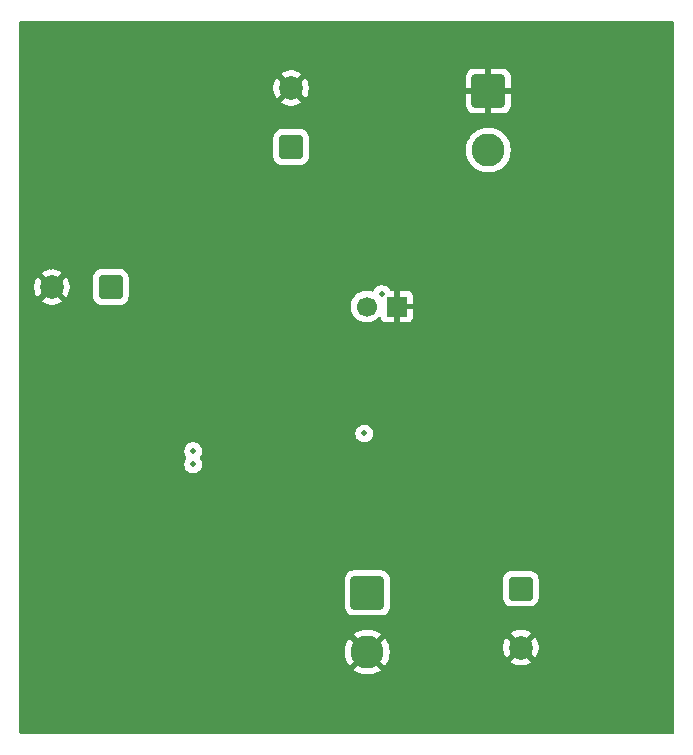
<source format=gbr>
%TF.GenerationSoftware,KiCad,Pcbnew,9.0.6*%
%TF.CreationDate,2026-01-24T10:26:07+01:00*%
%TF.ProjectId,Protection,50726f74-6563-4746-996f-6e2e6b696361,rev?*%
%TF.SameCoordinates,Original*%
%TF.FileFunction,Copper,L3,Inr*%
%TF.FilePolarity,Positive*%
%FSLAX46Y46*%
G04 Gerber Fmt 4.6, Leading zero omitted, Abs format (unit mm)*
G04 Created by KiCad (PCBNEW 9.0.6) date 2026-01-24 10:26:07*
%MOMM*%
%LPD*%
G01*
G04 APERTURE LIST*
G04 Aperture macros list*
%AMRoundRect*
0 Rectangle with rounded corners*
0 $1 Rounding radius*
0 $2 $3 $4 $5 $6 $7 $8 $9 X,Y pos of 4 corners*
0 Add a 4 corners polygon primitive as box body*
4,1,4,$2,$3,$4,$5,$6,$7,$8,$9,$2,$3,0*
0 Add four circle primitives for the rounded corners*
1,1,$1+$1,$2,$3*
1,1,$1+$1,$4,$5*
1,1,$1+$1,$6,$7*
1,1,$1+$1,$8,$9*
0 Add four rect primitives between the rounded corners*
20,1,$1+$1,$2,$3,$4,$5,0*
20,1,$1+$1,$4,$5,$6,$7,0*
20,1,$1+$1,$6,$7,$8,$9,0*
20,1,$1+$1,$8,$9,$2,$3,0*%
G04 Aperture macros list end*
%TA.AperFunction,ComponentPad*%
%ADD10RoundRect,0.250000X-0.750000X0.750000X-0.750000X-0.750000X0.750000X-0.750000X0.750000X0.750000X0*%
%TD*%
%TA.AperFunction,ComponentPad*%
%ADD11C,2.000000*%
%TD*%
%TA.AperFunction,ComponentPad*%
%ADD12RoundRect,0.250000X0.750000X0.750000X-0.750000X0.750000X-0.750000X-0.750000X0.750000X-0.750000X0*%
%TD*%
%TA.AperFunction,ComponentPad*%
%ADD13RoundRect,0.250001X-1.149999X1.149999X-1.149999X-1.149999X1.149999X-1.149999X1.149999X1.149999X0*%
%TD*%
%TA.AperFunction,ComponentPad*%
%ADD14C,2.800000*%
%TD*%
%TA.AperFunction,ComponentPad*%
%ADD15RoundRect,0.250000X0.750000X-0.750000X0.750000X0.750000X-0.750000X0.750000X-0.750000X-0.750000X0*%
%TD*%
%TA.AperFunction,ComponentPad*%
%ADD16R,1.700000X1.700000*%
%TD*%
%TA.AperFunction,ComponentPad*%
%ADD17C,1.700000*%
%TD*%
%TA.AperFunction,ViaPad*%
%ADD18C,0.800000*%
%TD*%
%TA.AperFunction,ViaPad*%
%ADD19C,0.500000*%
%TD*%
G04 APERTURE END LIST*
D10*
%TO.N,/OUT*%
%TO.C,C7*%
X121750000Y-101382323D03*
D11*
%TO.N,GND*%
X121750000Y-106382323D03*
%TD*%
D12*
%TO.N,/VIN*%
%TO.C,C4*%
X87040000Y-75850000D03*
D11*
%TO.N,GND*%
X82040000Y-75850000D03*
%TD*%
D13*
%TO.N,GND*%
%TO.C,J1*%
X119000000Y-59250000D03*
D14*
%TO.N,/VIN_74700*%
X119000000Y-64250000D03*
%TD*%
D15*
%TO.N,/VIN_74700*%
%TO.C,C1*%
X102300000Y-64000000D03*
D11*
%TO.N,GND*%
X102300000Y-59000000D03*
%TD*%
D13*
%TO.N,/OUT*%
%TO.C,J3*%
X108750000Y-101750000D03*
D14*
%TO.N,GND*%
X108750000Y-106750000D03*
%TD*%
D16*
%TO.N,GND*%
%TO.C,J2*%
X111240000Y-77500000D03*
D17*
%TO.N,Net-(J2-Pin_2)*%
X108700000Y-77500000D03*
%TD*%
D18*
%TO.N,GND*%
X82000000Y-74000000D03*
X87000000Y-59000000D03*
X113500000Y-77750000D03*
X126000000Y-74000000D03*
X124000000Y-60000000D03*
X130000000Y-68000000D03*
X83000000Y-98000000D03*
X122000000Y-78000000D03*
X85000000Y-59000000D03*
X81000000Y-55000000D03*
X130000000Y-62000000D03*
X83000000Y-100000000D03*
X134000000Y-64000000D03*
X95000000Y-106000000D03*
X126000000Y-62000000D03*
X101000000Y-96000000D03*
X91000000Y-102000000D03*
X128000000Y-72000000D03*
X93000000Y-106000000D03*
X83000000Y-96000000D03*
X89000000Y-57000000D03*
X81000000Y-61000000D03*
X120000000Y-72000000D03*
X103000000Y-110000000D03*
X83000000Y-94000000D03*
X83000000Y-59000000D03*
X121317500Y-59440000D03*
X126000000Y-56000000D03*
X113500000Y-78750000D03*
X114000000Y-74000000D03*
X83000000Y-63000000D03*
X126000000Y-76000000D03*
D19*
X101700000Y-90100000D03*
D18*
X102250000Y-56250000D03*
X101000000Y-108000000D03*
X87000000Y-102000000D03*
X83000000Y-57000000D03*
X124000000Y-78000000D03*
X132000000Y-68000000D03*
X108000000Y-72000000D03*
X97000000Y-112000000D03*
X114000000Y-70000000D03*
X120750000Y-108250000D03*
X110000000Y-72000000D03*
X85000000Y-102000000D03*
X118000000Y-74000000D03*
X126000000Y-64000000D03*
X97000000Y-102000000D03*
X128000000Y-70000000D03*
X116000000Y-70000000D03*
X93000000Y-104000000D03*
X124000000Y-64000000D03*
X134000000Y-62000000D03*
X97000000Y-104000000D03*
X83000000Y-92000000D03*
X87000000Y-98000000D03*
X81000000Y-59000000D03*
X95000000Y-102000000D03*
X89000000Y-59000000D03*
D19*
X101700000Y-89100000D03*
D18*
X99000000Y-102000000D03*
X132000000Y-110000000D03*
X130000000Y-70000000D03*
X91000000Y-98000000D03*
X126000000Y-72000000D03*
D19*
X88500000Y-93500000D03*
D18*
X81250000Y-86500000D03*
X121317500Y-60440000D03*
X122000000Y-70000000D03*
X93000000Y-102000000D03*
X81250000Y-84500000D03*
X128000000Y-66000000D03*
X93000000Y-96000000D03*
X128000000Y-76000000D03*
X110500000Y-57750000D03*
X101000000Y-110000000D03*
X122000000Y-72000000D03*
X99000000Y-110000000D03*
X131000000Y-110000000D03*
X134000000Y-58000000D03*
X85000000Y-94000000D03*
X120000000Y-76000000D03*
X111500000Y-57750000D03*
X97000000Y-96000000D03*
X126000000Y-66000000D03*
D19*
X105000000Y-94500000D03*
D18*
X126000000Y-70000000D03*
X85000000Y-100000000D03*
X128000000Y-68000000D03*
X103000000Y-100000000D03*
X95000000Y-100000000D03*
X89000000Y-98000000D03*
D19*
X92300000Y-62900000D03*
D18*
X85000000Y-61000000D03*
X97000000Y-110000000D03*
D19*
X108250000Y-84250000D03*
D18*
X81000000Y-98000000D03*
X124000000Y-74000000D03*
X103000000Y-108000000D03*
X112000000Y-70000000D03*
X134000000Y-76000000D03*
X128000000Y-64000000D03*
X122000000Y-74000000D03*
X97000000Y-106000000D03*
X128000000Y-60000000D03*
D19*
X83460000Y-82150000D03*
D18*
X110000000Y-74000000D03*
X126000000Y-60000000D03*
X112000000Y-74000000D03*
X85000000Y-96000000D03*
X83000000Y-74000000D03*
X132000000Y-76000000D03*
X116000000Y-78000000D03*
X89000000Y-63000000D03*
X134000000Y-70000000D03*
X130000000Y-72000000D03*
X85000000Y-92000000D03*
X83000000Y-61000000D03*
X116000000Y-72000000D03*
X103000000Y-106000000D03*
X93000000Y-108000000D03*
X130000000Y-64000000D03*
X83000000Y-90000000D03*
X99000000Y-100000000D03*
X101000000Y-104000000D03*
X97000000Y-100000000D03*
D19*
X91750000Y-57250000D03*
D18*
X87000000Y-100000000D03*
X87000000Y-57000000D03*
D19*
X101700000Y-91000000D03*
D18*
X120000000Y-70000000D03*
X124000000Y-76000000D03*
X134000000Y-56000000D03*
D19*
X93000000Y-62900000D03*
D18*
X83000000Y-102000000D03*
X81000000Y-96000000D03*
X122750000Y-108250000D03*
X112000000Y-72000000D03*
X120000000Y-78000000D03*
X101250000Y-56250000D03*
X132000000Y-74000000D03*
X81000000Y-100000000D03*
X101000000Y-98000000D03*
X99000000Y-98000000D03*
X118000000Y-72000000D03*
X118000000Y-78000000D03*
X132000000Y-78000000D03*
X95000000Y-96000000D03*
X85000000Y-57000000D03*
X124000000Y-68000000D03*
X111250000Y-106750000D03*
D19*
X99250000Y-91500000D03*
D18*
X97000000Y-98000000D03*
X87000000Y-92000000D03*
X114000000Y-72000000D03*
X126000000Y-58000000D03*
X130000000Y-66000000D03*
X93000000Y-100000000D03*
X132000000Y-60000000D03*
X132000000Y-64000000D03*
X108000000Y-74000000D03*
X113500000Y-76750000D03*
X116000000Y-74000000D03*
X132000000Y-66000000D03*
X85000000Y-98000000D03*
X116000000Y-76000000D03*
X95000000Y-112000000D03*
X87000000Y-94000000D03*
X124000000Y-62000000D03*
X83000000Y-55000000D03*
X89000000Y-100000000D03*
X95000000Y-110000000D03*
X132000000Y-56000000D03*
X130000000Y-78000000D03*
X81000000Y-102000000D03*
X87000000Y-96000000D03*
D19*
X93500000Y-60500000D03*
D18*
X101000000Y-102000000D03*
X118000000Y-76000000D03*
X99000000Y-112000000D03*
X110000000Y-70000000D03*
X87000000Y-63000000D03*
D19*
X100700000Y-89100000D03*
D18*
X134000000Y-72000000D03*
X111250000Y-107750000D03*
X121317500Y-58440000D03*
X124000000Y-56000000D03*
X87000000Y-55000000D03*
X108000000Y-70000000D03*
X89000000Y-96000000D03*
X128000000Y-56000000D03*
X128000000Y-62000000D03*
D19*
X97250000Y-94500000D03*
D18*
X126000000Y-78000000D03*
X103000000Y-112000000D03*
X93000000Y-98000000D03*
X93000000Y-112000000D03*
D19*
X115000000Y-105500000D03*
D18*
X134000000Y-78000000D03*
X99000000Y-108000000D03*
X85000000Y-90000000D03*
D19*
X105000000Y-82250000D03*
D18*
X132000000Y-62000000D03*
X124000000Y-58000000D03*
X130000000Y-56000000D03*
X89000000Y-102000000D03*
D19*
X107000000Y-92000000D03*
D18*
X134000000Y-60000000D03*
X89000000Y-61000000D03*
X134000000Y-66000000D03*
X91000000Y-100000000D03*
X111250000Y-105750000D03*
X99000000Y-106000000D03*
X130000000Y-110000000D03*
X130000000Y-60000000D03*
X103250000Y-56250000D03*
X124000000Y-66000000D03*
X103000000Y-98000000D03*
X130000000Y-58000000D03*
X95000000Y-104000000D03*
X128000000Y-74000000D03*
X85000000Y-63000000D03*
X126000000Y-68000000D03*
X132000000Y-72000000D03*
X118000000Y-70000000D03*
X103000000Y-104000000D03*
X91000000Y-96000000D03*
X132000000Y-70000000D03*
X101000000Y-112000000D03*
X87000000Y-90000000D03*
X81000000Y-63000000D03*
X93000000Y-110000000D03*
X95000000Y-98000000D03*
X130000000Y-74000000D03*
X124000000Y-72000000D03*
X112500000Y-57750000D03*
D19*
X101750000Y-81500000D03*
D18*
X99000000Y-96000000D03*
X81000000Y-74000000D03*
X85000000Y-55000000D03*
X81000000Y-92000000D03*
X101000000Y-106000000D03*
X89000000Y-55000000D03*
X122000000Y-76000000D03*
X120000000Y-74000000D03*
X124000000Y-70000000D03*
X81000000Y-57000000D03*
X95000000Y-108000000D03*
X132000000Y-58000000D03*
X128000000Y-78000000D03*
D19*
X100700000Y-90100000D03*
D18*
X121750000Y-108250000D03*
X101000000Y-100000000D03*
X128000000Y-58000000D03*
X81250000Y-85500000D03*
X134000000Y-68000000D03*
X99000000Y-104000000D03*
X103000000Y-102000000D03*
X87000000Y-61000000D03*
X81000000Y-94000000D03*
D19*
X100700000Y-91000000D03*
D18*
X81000000Y-90000000D03*
X97000000Y-108000000D03*
X134000000Y-74000000D03*
X130000000Y-76000000D03*
D19*
%TO.N,Net-(J2-Pin_2)*%
X109987239Y-76449288D03*
X108500000Y-88250000D03*
%TO.N,Net-(R5-Pad2)*%
X94000000Y-90876000D03*
X94000000Y-89750000D03*
%TD*%
%TA.AperFunction,Conductor*%
%TO.N,GND*%
G36*
X134642539Y-53320185D02*
G01*
X134688294Y-53372989D01*
X134699500Y-53424500D01*
X134699500Y-113575500D01*
X134679815Y-113642539D01*
X134627011Y-113688294D01*
X134575500Y-113699500D01*
X79424500Y-113699500D01*
X79357461Y-113679815D01*
X79311706Y-113627011D01*
X79300500Y-113575500D01*
X79300500Y-106625466D01*
X106850000Y-106625466D01*
X106850000Y-106874533D01*
X106882508Y-107121463D01*
X106946973Y-107362049D01*
X107042283Y-107592148D01*
X107042288Y-107592159D01*
X107166813Y-107807841D01*
X107166819Y-107807849D01*
X107241400Y-107905045D01*
X108148958Y-106997487D01*
X108173978Y-107057890D01*
X108245112Y-107164351D01*
X108335649Y-107254888D01*
X108442110Y-107326022D01*
X108502511Y-107351041D01*
X107594953Y-108258598D01*
X107692150Y-108333180D01*
X107692158Y-108333186D01*
X107907840Y-108457711D01*
X107907851Y-108457716D01*
X108137950Y-108553026D01*
X108378536Y-108617491D01*
X108625466Y-108650000D01*
X108874534Y-108650000D01*
X109121463Y-108617491D01*
X109362049Y-108553026D01*
X109592148Y-108457716D01*
X109592159Y-108457711D01*
X109807855Y-108333178D01*
X109905045Y-108258600D01*
X109905045Y-108258597D01*
X108997488Y-107351041D01*
X109057890Y-107326022D01*
X109164351Y-107254888D01*
X109254888Y-107164351D01*
X109326022Y-107057890D01*
X109351041Y-106997489D01*
X110258597Y-107905045D01*
X110258600Y-107905045D01*
X110333178Y-107807855D01*
X110457711Y-107592159D01*
X110457719Y-107592143D01*
X110491632Y-107510270D01*
X110491632Y-107510269D01*
X110553026Y-107362049D01*
X110617491Y-107121463D01*
X110650000Y-106874533D01*
X110650000Y-106625466D01*
X110617491Y-106378534D01*
X110594168Y-106291491D01*
X110586874Y-106264270D01*
X120250000Y-106264270D01*
X120250000Y-106500375D01*
X120286934Y-106733570D01*
X120359897Y-106958125D01*
X120467087Y-107168497D01*
X120527338Y-107251427D01*
X120527340Y-107251428D01*
X121267037Y-106511731D01*
X121284075Y-106575316D01*
X121349901Y-106689330D01*
X121442993Y-106782422D01*
X121557007Y-106848248D01*
X121620590Y-106865285D01*
X120880893Y-107604981D01*
X120963828Y-107665237D01*
X121174197Y-107772425D01*
X121398752Y-107845388D01*
X121398751Y-107845388D01*
X121631948Y-107882323D01*
X121868052Y-107882323D01*
X122101247Y-107845388D01*
X122325802Y-107772425D01*
X122536163Y-107665241D01*
X122536169Y-107665237D01*
X122619104Y-107604981D01*
X122619105Y-107604981D01*
X121879408Y-106865285D01*
X121942993Y-106848248D01*
X122057007Y-106782422D01*
X122150099Y-106689330D01*
X122215925Y-106575316D01*
X122232962Y-106511731D01*
X122972658Y-107251428D01*
X122972658Y-107251427D01*
X123032914Y-107168492D01*
X123032918Y-107168486D01*
X123140102Y-106958125D01*
X123213065Y-106733570D01*
X123250000Y-106500375D01*
X123250000Y-106264270D01*
X123213065Y-106031075D01*
X123140102Y-105806520D01*
X123032914Y-105596151D01*
X122972658Y-105513217D01*
X122972658Y-105513216D01*
X122232962Y-106252913D01*
X122215925Y-106189330D01*
X122150099Y-106075316D01*
X122057007Y-105982224D01*
X121942993Y-105916398D01*
X121879409Y-105899360D01*
X122619105Y-105159663D01*
X122619104Y-105159661D01*
X122536174Y-105099410D01*
X122325802Y-104992220D01*
X122101247Y-104919257D01*
X122101248Y-104919257D01*
X121868052Y-104882323D01*
X121631948Y-104882323D01*
X121398752Y-104919257D01*
X121174197Y-104992220D01*
X120963830Y-105099407D01*
X120880894Y-105159663D01*
X121620591Y-105899360D01*
X121557007Y-105916398D01*
X121442993Y-105982224D01*
X121349901Y-106075316D01*
X121284075Y-106189330D01*
X121267037Y-106252914D01*
X120527340Y-105513217D01*
X120467084Y-105596153D01*
X120359897Y-105806520D01*
X120286934Y-106031075D01*
X120250000Y-106264270D01*
X110586874Y-106264270D01*
X110553026Y-106137950D01*
X110457716Y-105907851D01*
X110457711Y-105907840D01*
X110333186Y-105692158D01*
X110333180Y-105692150D01*
X110258598Y-105594953D01*
X109351041Y-106502510D01*
X109326022Y-106442110D01*
X109254888Y-106335649D01*
X109164351Y-106245112D01*
X109057890Y-106173978D01*
X108997487Y-106148957D01*
X109905045Y-105241400D01*
X109807849Y-105166819D01*
X109807841Y-105166813D01*
X109592159Y-105042288D01*
X109592148Y-105042283D01*
X109362049Y-104946973D01*
X109121463Y-104882508D01*
X108874534Y-104850000D01*
X108625466Y-104850000D01*
X108378536Y-104882508D01*
X108137950Y-104946973D01*
X107907851Y-105042283D01*
X107907847Y-105042285D01*
X107692143Y-105166823D01*
X107594953Y-105241399D01*
X107594953Y-105241400D01*
X108502511Y-106148958D01*
X108442110Y-106173978D01*
X108335649Y-106245112D01*
X108245112Y-106335649D01*
X108173978Y-106442110D01*
X108148958Y-106502511D01*
X107241400Y-105594953D01*
X107241399Y-105594953D01*
X107166823Y-105692143D01*
X107042285Y-105907847D01*
X107042283Y-105907851D01*
X106946973Y-106137950D01*
X106882508Y-106378536D01*
X106850000Y-106625466D01*
X79300500Y-106625466D01*
X79300500Y-100549984D01*
X106849500Y-100549984D01*
X106849500Y-102950015D01*
X106860000Y-103052795D01*
X106860001Y-103052796D01*
X106915186Y-103219335D01*
X106915187Y-103219337D01*
X107007286Y-103368651D01*
X107007289Y-103368655D01*
X107131344Y-103492710D01*
X107131348Y-103492713D01*
X107280662Y-103584812D01*
X107280664Y-103584813D01*
X107280666Y-103584814D01*
X107447203Y-103639999D01*
X107549992Y-103650500D01*
X107549997Y-103650500D01*
X109950003Y-103650500D01*
X109950008Y-103650500D01*
X110052797Y-103639999D01*
X110219334Y-103584814D01*
X110368655Y-103492711D01*
X110492711Y-103368655D01*
X110584814Y-103219334D01*
X110639999Y-103052797D01*
X110650500Y-102950008D01*
X110650500Y-100582306D01*
X120249500Y-100582306D01*
X120249500Y-102182324D01*
X120249501Y-102182341D01*
X120260000Y-102285119D01*
X120260001Y-102285122D01*
X120315185Y-102451654D01*
X120315186Y-102451657D01*
X120407288Y-102600979D01*
X120531344Y-102725035D01*
X120680666Y-102817137D01*
X120847203Y-102872322D01*
X120949991Y-102882823D01*
X122550008Y-102882822D01*
X122652797Y-102872322D01*
X122819334Y-102817137D01*
X122968656Y-102725035D01*
X123092712Y-102600979D01*
X123184814Y-102451657D01*
X123239999Y-102285120D01*
X123250500Y-102182332D01*
X123250499Y-100582315D01*
X123239999Y-100479526D01*
X123184814Y-100312989D01*
X123092712Y-100163667D01*
X122968656Y-100039611D01*
X122819334Y-99947509D01*
X122652797Y-99892324D01*
X122652795Y-99892323D01*
X122550010Y-99881823D01*
X120949998Y-99881823D01*
X120949981Y-99881824D01*
X120847203Y-99892323D01*
X120847200Y-99892324D01*
X120680668Y-99947508D01*
X120680663Y-99947510D01*
X120531342Y-100039612D01*
X120407289Y-100163665D01*
X120315187Y-100312986D01*
X120315186Y-100312989D01*
X120260001Y-100479526D01*
X120260001Y-100479527D01*
X120260000Y-100479527D01*
X120249500Y-100582306D01*
X110650500Y-100582306D01*
X110650500Y-100549992D01*
X110639999Y-100447203D01*
X110584814Y-100280666D01*
X110512646Y-100163665D01*
X110492713Y-100131348D01*
X110492710Y-100131344D01*
X110368655Y-100007289D01*
X110368651Y-100007286D01*
X110219337Y-99915187D01*
X110219335Y-99915186D01*
X110118651Y-99881823D01*
X110052797Y-99860001D01*
X110052795Y-99860000D01*
X109950015Y-99849500D01*
X109950008Y-99849500D01*
X107549992Y-99849500D01*
X107549984Y-99849500D01*
X107447204Y-99860000D01*
X107447203Y-99860001D01*
X107280664Y-99915186D01*
X107280662Y-99915187D01*
X107131348Y-100007286D01*
X107131344Y-100007289D01*
X107007289Y-100131344D01*
X107007286Y-100131348D01*
X106915187Y-100280662D01*
X106915186Y-100280664D01*
X106860001Y-100447203D01*
X106860000Y-100447204D01*
X106849500Y-100549984D01*
X79300500Y-100549984D01*
X79300500Y-89823920D01*
X93249499Y-89823920D01*
X93278340Y-89968907D01*
X93278343Y-89968917D01*
X93334912Y-90105488D01*
X93334919Y-90105501D01*
X93417048Y-90228415D01*
X93420914Y-90233126D01*
X93419049Y-90234656D01*
X93447436Y-90286642D01*
X93442452Y-90356334D01*
X93419640Y-90391828D01*
X93420914Y-90392874D01*
X93417048Y-90397584D01*
X93334919Y-90520498D01*
X93334912Y-90520511D01*
X93278343Y-90657082D01*
X93278340Y-90657092D01*
X93249500Y-90802079D01*
X93249500Y-90802082D01*
X93249500Y-90949918D01*
X93249500Y-90949920D01*
X93249499Y-90949920D01*
X93278340Y-91094907D01*
X93278343Y-91094917D01*
X93334912Y-91231488D01*
X93334919Y-91231501D01*
X93417048Y-91354415D01*
X93417051Y-91354419D01*
X93521580Y-91458948D01*
X93521584Y-91458951D01*
X93644498Y-91541080D01*
X93644511Y-91541087D01*
X93781082Y-91597656D01*
X93781087Y-91597658D01*
X93781091Y-91597658D01*
X93781092Y-91597659D01*
X93926079Y-91626500D01*
X93926082Y-91626500D01*
X94073920Y-91626500D01*
X94171462Y-91607096D01*
X94218913Y-91597658D01*
X94355495Y-91541084D01*
X94478416Y-91458951D01*
X94582951Y-91354416D01*
X94665084Y-91231495D01*
X94721658Y-91094913D01*
X94750500Y-90949918D01*
X94750500Y-90802082D01*
X94750500Y-90802079D01*
X94721659Y-90657092D01*
X94721658Y-90657091D01*
X94721658Y-90657087D01*
X94721656Y-90657082D01*
X94665087Y-90520511D01*
X94665080Y-90520498D01*
X94582951Y-90397584D01*
X94579086Y-90392874D01*
X94580957Y-90391337D01*
X94552574Y-90339408D01*
X94557529Y-90269714D01*
X94580367Y-90234177D01*
X94579086Y-90233126D01*
X94582946Y-90228420D01*
X94582951Y-90228416D01*
X94665084Y-90105495D01*
X94721658Y-89968913D01*
X94750500Y-89823918D01*
X94750500Y-89676082D01*
X94750500Y-89676079D01*
X94721659Y-89531092D01*
X94721658Y-89531091D01*
X94721658Y-89531087D01*
X94721656Y-89531082D01*
X94665087Y-89394511D01*
X94665080Y-89394498D01*
X94582951Y-89271584D01*
X94582948Y-89271580D01*
X94478419Y-89167051D01*
X94478415Y-89167048D01*
X94355501Y-89084919D01*
X94355488Y-89084912D01*
X94218917Y-89028343D01*
X94218907Y-89028340D01*
X94073920Y-88999500D01*
X94073918Y-88999500D01*
X93926082Y-88999500D01*
X93926080Y-88999500D01*
X93781092Y-89028340D01*
X93781082Y-89028343D01*
X93644511Y-89084912D01*
X93644498Y-89084919D01*
X93521584Y-89167048D01*
X93521580Y-89167051D01*
X93417051Y-89271580D01*
X93417048Y-89271584D01*
X93334919Y-89394498D01*
X93334912Y-89394511D01*
X93278343Y-89531082D01*
X93278340Y-89531092D01*
X93249500Y-89676079D01*
X93249500Y-89676082D01*
X93249500Y-89823918D01*
X93249500Y-89823920D01*
X93249499Y-89823920D01*
X79300500Y-89823920D01*
X79300500Y-88323920D01*
X107749499Y-88323920D01*
X107778340Y-88468907D01*
X107778343Y-88468917D01*
X107834912Y-88605488D01*
X107834919Y-88605501D01*
X107917048Y-88728415D01*
X107917051Y-88728419D01*
X108021580Y-88832948D01*
X108021584Y-88832951D01*
X108144498Y-88915080D01*
X108144511Y-88915087D01*
X108281082Y-88971656D01*
X108281087Y-88971658D01*
X108281091Y-88971658D01*
X108281092Y-88971659D01*
X108426079Y-89000500D01*
X108426082Y-89000500D01*
X108573920Y-89000500D01*
X108671462Y-88981096D01*
X108718913Y-88971658D01*
X108855495Y-88915084D01*
X108978416Y-88832951D01*
X109082951Y-88728416D01*
X109165084Y-88605495D01*
X109221658Y-88468913D01*
X109250500Y-88323918D01*
X109250500Y-88176082D01*
X109250500Y-88176079D01*
X109221659Y-88031092D01*
X109221658Y-88031091D01*
X109221658Y-88031087D01*
X109221656Y-88031082D01*
X109165087Y-87894511D01*
X109165080Y-87894498D01*
X109082951Y-87771584D01*
X109082948Y-87771580D01*
X108978419Y-87667051D01*
X108978415Y-87667048D01*
X108855501Y-87584919D01*
X108855488Y-87584912D01*
X108718917Y-87528343D01*
X108718907Y-87528340D01*
X108573920Y-87499500D01*
X108573918Y-87499500D01*
X108426082Y-87499500D01*
X108426080Y-87499500D01*
X108281092Y-87528340D01*
X108281082Y-87528343D01*
X108144511Y-87584912D01*
X108144498Y-87584919D01*
X108021584Y-87667048D01*
X108021580Y-87667051D01*
X107917051Y-87771580D01*
X107917048Y-87771584D01*
X107834919Y-87894498D01*
X107834912Y-87894511D01*
X107778343Y-88031082D01*
X107778340Y-88031092D01*
X107749500Y-88176079D01*
X107749500Y-88176082D01*
X107749500Y-88323918D01*
X107749500Y-88323920D01*
X107749499Y-88323920D01*
X79300500Y-88323920D01*
X79300500Y-77393713D01*
X107349500Y-77393713D01*
X107349500Y-77606286D01*
X107382753Y-77816239D01*
X107448444Y-78018414D01*
X107544951Y-78207820D01*
X107669890Y-78379786D01*
X107820213Y-78530109D01*
X107992179Y-78655048D01*
X107992181Y-78655049D01*
X107992184Y-78655051D01*
X108181588Y-78751557D01*
X108383757Y-78817246D01*
X108593713Y-78850500D01*
X108593714Y-78850500D01*
X108806286Y-78850500D01*
X108806287Y-78850500D01*
X109016243Y-78817246D01*
X109218412Y-78751557D01*
X109407816Y-78655051D01*
X109494478Y-78592088D01*
X109579784Y-78530110D01*
X109579784Y-78530109D01*
X109579792Y-78530104D01*
X109693717Y-78416178D01*
X109755036Y-78382696D01*
X109824728Y-78387680D01*
X109880662Y-78429551D01*
X109897577Y-78460528D01*
X109946646Y-78592088D01*
X109946649Y-78592093D01*
X110032809Y-78707187D01*
X110032812Y-78707190D01*
X110147906Y-78793350D01*
X110147913Y-78793354D01*
X110282620Y-78843596D01*
X110282627Y-78843598D01*
X110342155Y-78849999D01*
X110342172Y-78850000D01*
X110990000Y-78850000D01*
X110990000Y-77933012D01*
X111047007Y-77965925D01*
X111174174Y-78000000D01*
X111305826Y-78000000D01*
X111432993Y-77965925D01*
X111490000Y-77933012D01*
X111490000Y-78850000D01*
X112137828Y-78850000D01*
X112137844Y-78849999D01*
X112197372Y-78843598D01*
X112197379Y-78843596D01*
X112332086Y-78793354D01*
X112332093Y-78793350D01*
X112447187Y-78707190D01*
X112447190Y-78707187D01*
X112533350Y-78592093D01*
X112533354Y-78592086D01*
X112583596Y-78457379D01*
X112583598Y-78457372D01*
X112589999Y-78397844D01*
X112590000Y-78397827D01*
X112590000Y-77750000D01*
X111673012Y-77750000D01*
X111705925Y-77692993D01*
X111740000Y-77565826D01*
X111740000Y-77434174D01*
X111705925Y-77307007D01*
X111673012Y-77250000D01*
X112590000Y-77250000D01*
X112590000Y-76602172D01*
X112589999Y-76602155D01*
X112583598Y-76542627D01*
X112583596Y-76542620D01*
X112533354Y-76407913D01*
X112533350Y-76407906D01*
X112447190Y-76292812D01*
X112447187Y-76292809D01*
X112332093Y-76206649D01*
X112332086Y-76206645D01*
X112197379Y-76156403D01*
X112197372Y-76156401D01*
X112137844Y-76150000D01*
X111490000Y-76150000D01*
X111490000Y-77066988D01*
X111432993Y-77034075D01*
X111305826Y-77000000D01*
X111174174Y-77000000D01*
X111047007Y-77034075D01*
X110990000Y-77066988D01*
X110990000Y-76150000D01*
X110756159Y-76150000D01*
X110689120Y-76130315D01*
X110653057Y-76094891D01*
X110570190Y-75970871D01*
X110465658Y-75866339D01*
X110465654Y-75866336D01*
X110342740Y-75784207D01*
X110342727Y-75784200D01*
X110206156Y-75727631D01*
X110206146Y-75727628D01*
X110061159Y-75698788D01*
X110061157Y-75698788D01*
X109913321Y-75698788D01*
X109913319Y-75698788D01*
X109768331Y-75727628D01*
X109768321Y-75727631D01*
X109631750Y-75784200D01*
X109631737Y-75784207D01*
X109508823Y-75866336D01*
X109508819Y-75866339D01*
X109404290Y-75970868D01*
X109404287Y-75970872D01*
X109322158Y-76093786D01*
X109322150Y-76093801D01*
X109297252Y-76153910D01*
X109253411Y-76208313D01*
X109187116Y-76230377D01*
X109144376Y-76224387D01*
X109016243Y-76182754D01*
X109016241Y-76182753D01*
X109016240Y-76182753D01*
X108853684Y-76157007D01*
X108806287Y-76149500D01*
X108593713Y-76149500D01*
X108546316Y-76157007D01*
X108383760Y-76182753D01*
X108181585Y-76248444D01*
X107992179Y-76344951D01*
X107820213Y-76469890D01*
X107669890Y-76620213D01*
X107544951Y-76792179D01*
X107448444Y-76981585D01*
X107382753Y-77183760D01*
X107349500Y-77393713D01*
X79300500Y-77393713D01*
X79300500Y-75731947D01*
X80540000Y-75731947D01*
X80540000Y-75968052D01*
X80576934Y-76201247D01*
X80649897Y-76425802D01*
X80757087Y-76636174D01*
X80817338Y-76719104D01*
X80817340Y-76719105D01*
X81557037Y-75979408D01*
X81574075Y-76042993D01*
X81639901Y-76157007D01*
X81732993Y-76250099D01*
X81847007Y-76315925D01*
X81910590Y-76332962D01*
X81170893Y-77072658D01*
X81253828Y-77132914D01*
X81464197Y-77240102D01*
X81688752Y-77313065D01*
X81688751Y-77313065D01*
X81921948Y-77350000D01*
X82158052Y-77350000D01*
X82391247Y-77313065D01*
X82615802Y-77240102D01*
X82826163Y-77132918D01*
X82826169Y-77132914D01*
X82909104Y-77072658D01*
X82909105Y-77072658D01*
X82169408Y-76332962D01*
X82232993Y-76315925D01*
X82347007Y-76250099D01*
X82440099Y-76157007D01*
X82505925Y-76042993D01*
X82522962Y-75979408D01*
X83262658Y-76719105D01*
X83262658Y-76719104D01*
X83322914Y-76636169D01*
X83322918Y-76636163D01*
X83430102Y-76425802D01*
X83503065Y-76201247D01*
X83540000Y-75968052D01*
X83540000Y-75731947D01*
X83503065Y-75498752D01*
X83430102Y-75274197D01*
X83342939Y-75103129D01*
X83342938Y-75103127D01*
X83322916Y-75063830D01*
X83312855Y-75049983D01*
X85539500Y-75049983D01*
X85539500Y-76650001D01*
X85539501Y-76650018D01*
X85550000Y-76752796D01*
X85550001Y-76752799D01*
X85605185Y-76919331D01*
X85605187Y-76919336D01*
X85640069Y-76975888D01*
X85697288Y-77068656D01*
X85821344Y-77192712D01*
X85970666Y-77284814D01*
X86137203Y-77339999D01*
X86239991Y-77350500D01*
X87840008Y-77350499D01*
X87942797Y-77339999D01*
X88109334Y-77284814D01*
X88110779Y-77283922D01*
X88111781Y-77283305D01*
X88111785Y-77283302D01*
X88258656Y-77192712D01*
X88382712Y-77068656D01*
X88474814Y-76919334D01*
X88529999Y-76752797D01*
X88540500Y-76650009D01*
X88540499Y-75049992D01*
X88533440Y-74980893D01*
X88529999Y-74947203D01*
X88529998Y-74947200D01*
X88474814Y-74780666D01*
X88382712Y-74631344D01*
X88258656Y-74507288D01*
X88109334Y-74415186D01*
X87942797Y-74360001D01*
X87942795Y-74360000D01*
X87840010Y-74349500D01*
X86239998Y-74349500D01*
X86239981Y-74349501D01*
X86137203Y-74360000D01*
X86137200Y-74360001D01*
X85970668Y-74415185D01*
X85970663Y-74415187D01*
X85821342Y-74507289D01*
X85697289Y-74631342D01*
X85605187Y-74780663D01*
X85605186Y-74780666D01*
X85550001Y-74947203D01*
X85550001Y-74947204D01*
X85550000Y-74947204D01*
X85539500Y-75049983D01*
X83312855Y-75049983D01*
X83262658Y-74980894D01*
X83262658Y-74980893D01*
X82522962Y-75720590D01*
X82505925Y-75657007D01*
X82440099Y-75542993D01*
X82347007Y-75449901D01*
X82232993Y-75384075D01*
X82169409Y-75367037D01*
X82909105Y-74627340D01*
X82909104Y-74627338D01*
X82826174Y-74567087D01*
X82615802Y-74459897D01*
X82391247Y-74386934D01*
X82391248Y-74386934D01*
X82158052Y-74350000D01*
X81921948Y-74350000D01*
X81688752Y-74386934D01*
X81464197Y-74459897D01*
X81253830Y-74567084D01*
X81170894Y-74627340D01*
X81910591Y-75367037D01*
X81847007Y-75384075D01*
X81732993Y-75449901D01*
X81639901Y-75542993D01*
X81574075Y-75657007D01*
X81557037Y-75720591D01*
X80817340Y-74980894D01*
X80757084Y-75063830D01*
X80649897Y-75274197D01*
X80576934Y-75498752D01*
X80540000Y-75731947D01*
X79300500Y-75731947D01*
X79300500Y-63199983D01*
X100799500Y-63199983D01*
X100799500Y-64800001D01*
X100799501Y-64800018D01*
X100810000Y-64902796D01*
X100810001Y-64902799D01*
X100865185Y-65069331D01*
X100865186Y-65069334D01*
X100957288Y-65218656D01*
X101081344Y-65342712D01*
X101230666Y-65434814D01*
X101397203Y-65489999D01*
X101499991Y-65500500D01*
X103100008Y-65500499D01*
X103202797Y-65489999D01*
X103369334Y-65434814D01*
X103518656Y-65342712D01*
X103642712Y-65218656D01*
X103734814Y-65069334D01*
X103789999Y-64902797D01*
X103800500Y-64800009D01*
X103800499Y-64125441D01*
X117099500Y-64125441D01*
X117099500Y-64374558D01*
X117099501Y-64374575D01*
X117132017Y-64621561D01*
X117196498Y-64862207D01*
X117291830Y-65092361D01*
X117291837Y-65092376D01*
X117416400Y-65308126D01*
X117568060Y-65505774D01*
X117568066Y-65505781D01*
X117744218Y-65681933D01*
X117744225Y-65681939D01*
X117941873Y-65833599D01*
X118157623Y-65958162D01*
X118157638Y-65958169D01*
X118256825Y-65999253D01*
X118387793Y-66053502D01*
X118628435Y-66117982D01*
X118875435Y-66150500D01*
X118875442Y-66150500D01*
X119124558Y-66150500D01*
X119124565Y-66150500D01*
X119371565Y-66117982D01*
X119612207Y-66053502D01*
X119842373Y-65958164D01*
X120058127Y-65833599D01*
X120255776Y-65681938D01*
X120431938Y-65505776D01*
X120583599Y-65308127D01*
X120708164Y-65092373D01*
X120803502Y-64862207D01*
X120867982Y-64621565D01*
X120900500Y-64374565D01*
X120900500Y-64125435D01*
X120867982Y-63878435D01*
X120803502Y-63637793D01*
X120708164Y-63407627D01*
X120583599Y-63191873D01*
X120431938Y-62994224D01*
X120431933Y-62994218D01*
X120255781Y-62818066D01*
X120255774Y-62818060D01*
X120058126Y-62666400D01*
X119842376Y-62541837D01*
X119842361Y-62541830D01*
X119612207Y-62446498D01*
X119371561Y-62382017D01*
X119124575Y-62349501D01*
X119124570Y-62349500D01*
X119124565Y-62349500D01*
X118875435Y-62349500D01*
X118875429Y-62349500D01*
X118875424Y-62349501D01*
X118628438Y-62382017D01*
X118387792Y-62446498D01*
X118157638Y-62541830D01*
X118157623Y-62541837D01*
X117941873Y-62666400D01*
X117744225Y-62818060D01*
X117744218Y-62818066D01*
X117568066Y-62994218D01*
X117568060Y-62994225D01*
X117416400Y-63191873D01*
X117291837Y-63407623D01*
X117291830Y-63407638D01*
X117196498Y-63637792D01*
X117132017Y-63878438D01*
X117099501Y-64125424D01*
X117099500Y-64125441D01*
X103800499Y-64125441D01*
X103800499Y-63878438D01*
X103800499Y-63199998D01*
X103800498Y-63199981D01*
X103789999Y-63097203D01*
X103789998Y-63097200D01*
X103755873Y-62994218D01*
X103734814Y-62930666D01*
X103642712Y-62781344D01*
X103518656Y-62657288D01*
X103369334Y-62565186D01*
X103202797Y-62510001D01*
X103202795Y-62510000D01*
X103100010Y-62499500D01*
X101499998Y-62499500D01*
X101499981Y-62499501D01*
X101397203Y-62510000D01*
X101397200Y-62510001D01*
X101230668Y-62565185D01*
X101230663Y-62565187D01*
X101081342Y-62657289D01*
X100957289Y-62781342D01*
X100865187Y-62930663D01*
X100865186Y-62930666D01*
X100810001Y-63097203D01*
X100810001Y-63097204D01*
X100810000Y-63097204D01*
X100799500Y-63199983D01*
X79300500Y-63199983D01*
X79300500Y-58881947D01*
X100800000Y-58881947D01*
X100800000Y-59118052D01*
X100836934Y-59351247D01*
X100909897Y-59575802D01*
X101017087Y-59786174D01*
X101077338Y-59869104D01*
X101077340Y-59869105D01*
X101817037Y-59129408D01*
X101834075Y-59192993D01*
X101899901Y-59307007D01*
X101992993Y-59400099D01*
X102107007Y-59465925D01*
X102170590Y-59482962D01*
X101430893Y-60222658D01*
X101513828Y-60282914D01*
X101724197Y-60390102D01*
X101948752Y-60463065D01*
X101948751Y-60463065D01*
X102181948Y-60500000D01*
X102418052Y-60500000D01*
X102651247Y-60463065D01*
X102875802Y-60390102D01*
X103086163Y-60282918D01*
X103086169Y-60282914D01*
X103169104Y-60222658D01*
X103169105Y-60222658D01*
X102429408Y-59482962D01*
X102492993Y-59465925D01*
X102607007Y-59400099D01*
X102700099Y-59307007D01*
X102765925Y-59192993D01*
X102782962Y-59129408D01*
X103522658Y-59869105D01*
X103522658Y-59869104D01*
X103582914Y-59786169D01*
X103582918Y-59786163D01*
X103690102Y-59575802D01*
X103743872Y-59410320D01*
X103763065Y-59351248D01*
X103800000Y-59118052D01*
X103800000Y-58881947D01*
X103763065Y-58648752D01*
X103690102Y-58424197D01*
X103582914Y-58213828D01*
X103522658Y-58130894D01*
X103522658Y-58130893D01*
X102782962Y-58870590D01*
X102765925Y-58807007D01*
X102700099Y-58692993D01*
X102607007Y-58599901D01*
X102492993Y-58534075D01*
X102429409Y-58517037D01*
X102896431Y-58050014D01*
X117100000Y-58050014D01*
X117100000Y-59000000D01*
X118399999Y-59000000D01*
X118374979Y-59060402D01*
X118350000Y-59185981D01*
X118350000Y-59314019D01*
X118374979Y-59439598D01*
X118399999Y-59500000D01*
X117100000Y-59500000D01*
X117100000Y-60449985D01*
X117110493Y-60552689D01*
X117110494Y-60552696D01*
X117165641Y-60719118D01*
X117165643Y-60719123D01*
X117257684Y-60868344D01*
X117381655Y-60992315D01*
X117530876Y-61084356D01*
X117530881Y-61084358D01*
X117697303Y-61139505D01*
X117697310Y-61139506D01*
X117800014Y-61149999D01*
X117800027Y-61150000D01*
X118750000Y-61150000D01*
X118750000Y-59850001D01*
X118810402Y-59875021D01*
X118935981Y-59900000D01*
X119064019Y-59900000D01*
X119189598Y-59875021D01*
X119250000Y-59850001D01*
X119250000Y-61150000D01*
X120199973Y-61150000D01*
X120199985Y-61149999D01*
X120302689Y-61139506D01*
X120302696Y-61139505D01*
X120469118Y-61084358D01*
X120469123Y-61084356D01*
X120618344Y-60992315D01*
X120742315Y-60868344D01*
X120834356Y-60719123D01*
X120834358Y-60719118D01*
X120889505Y-60552696D01*
X120889506Y-60552689D01*
X120899999Y-60449985D01*
X120900000Y-60449972D01*
X120900000Y-59500000D01*
X119600001Y-59500000D01*
X119625021Y-59439598D01*
X119650000Y-59314019D01*
X119650000Y-59185981D01*
X119625021Y-59060402D01*
X119600001Y-59000000D01*
X120900000Y-59000000D01*
X120900000Y-58050027D01*
X120899999Y-58050014D01*
X120889506Y-57947310D01*
X120889505Y-57947303D01*
X120834358Y-57780881D01*
X120834356Y-57780876D01*
X120742315Y-57631655D01*
X120618344Y-57507684D01*
X120469123Y-57415643D01*
X120469118Y-57415641D01*
X120302696Y-57360494D01*
X120302689Y-57360493D01*
X120199985Y-57350000D01*
X119250000Y-57350000D01*
X119250000Y-58649998D01*
X119189598Y-58624979D01*
X119064019Y-58600000D01*
X118935981Y-58600000D01*
X118810402Y-58624979D01*
X118750000Y-58649998D01*
X118750000Y-57350000D01*
X117800014Y-57350000D01*
X117697310Y-57360493D01*
X117697303Y-57360494D01*
X117530881Y-57415641D01*
X117530876Y-57415643D01*
X117381655Y-57507684D01*
X117257684Y-57631655D01*
X117165643Y-57780876D01*
X117165641Y-57780881D01*
X117110494Y-57947303D01*
X117110493Y-57947310D01*
X117100000Y-58050014D01*
X102896431Y-58050014D01*
X103169105Y-57777340D01*
X103169104Y-57777338D01*
X103086174Y-57717087D01*
X102875802Y-57609897D01*
X102651247Y-57536934D01*
X102651248Y-57536934D01*
X102418052Y-57500000D01*
X102181948Y-57500000D01*
X101948752Y-57536934D01*
X101724197Y-57609897D01*
X101513830Y-57717084D01*
X101430894Y-57777340D01*
X102170591Y-58517037D01*
X102107007Y-58534075D01*
X101992993Y-58599901D01*
X101899901Y-58692993D01*
X101834075Y-58807007D01*
X101817037Y-58870591D01*
X101077340Y-58130894D01*
X101017084Y-58213830D01*
X100909897Y-58424197D01*
X100836934Y-58648752D01*
X100800000Y-58881947D01*
X79300500Y-58881947D01*
X79300500Y-53424500D01*
X79320185Y-53357461D01*
X79372989Y-53311706D01*
X79424500Y-53300500D01*
X82960438Y-53300500D01*
X134575500Y-53300500D01*
X134642539Y-53320185D01*
G37*
%TD.AperFunction*%
%TD*%
M02*

</source>
